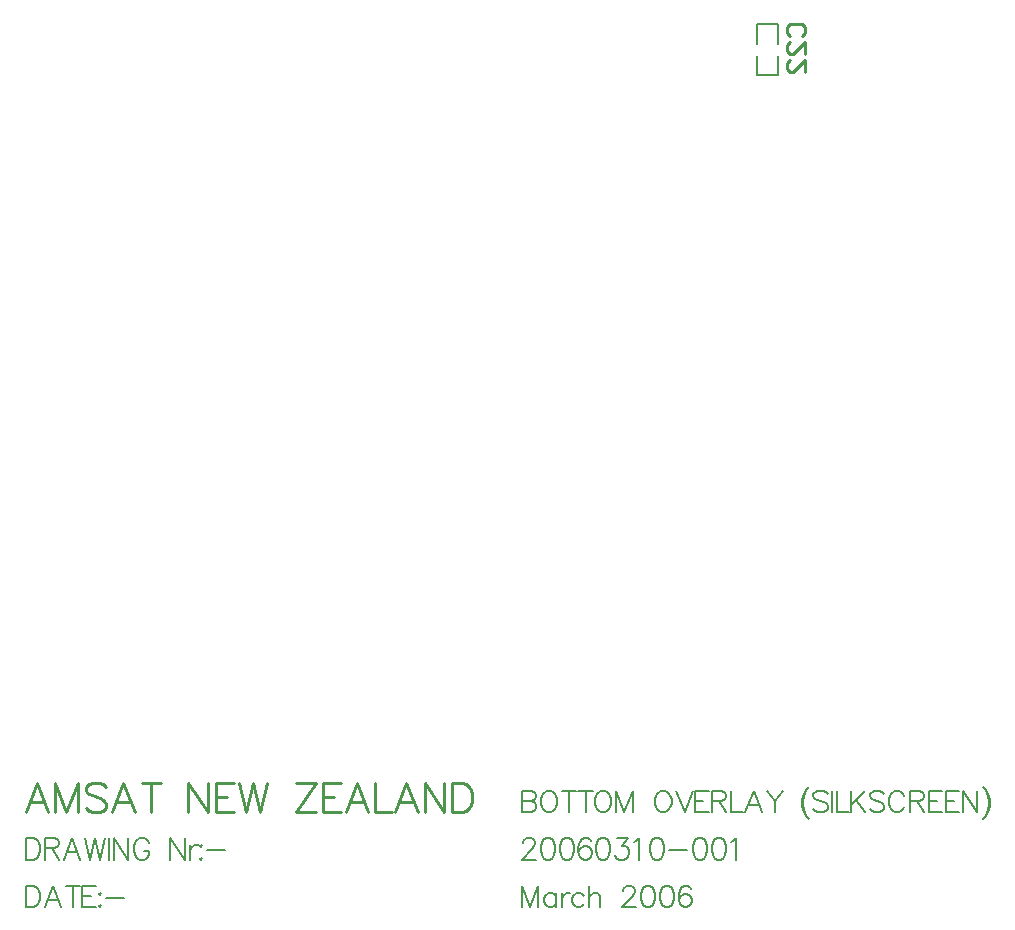
<source format=gbo>
%FSLAX24Y24*%
%MOIN*%
G70*
G01*
G75*
%ADD10C,0.0039*%
%ADD11C,0.1102*%
%ADD12C,0.1063*%
%ADD13C,0.0394*%
%ADD14R,0.0940X0.0590*%
%ADD15O,0.0256X0.0866*%
%ADD16R,0.0256X0.0866*%
%ADD17R,0.0827X0.0394*%
%ADD18R,0.0394X0.0827*%
%ADD19R,0.1083X0.0850*%
%ADD20R,0.0709X0.1102*%
%ADD21R,0.0709X0.0354*%
%ADD22R,0.0500X0.0600*%
%ADD23R,0.0709X0.0394*%
%ADD24R,0.1102X0.0472*%
%ADD25O,0.0787X0.0394*%
%ADD26R,0.0787X0.0394*%
%ADD27O,0.0800X0.0240*%
%ADD28R,0.0800X0.1000*%
%ADD29R,0.0551X0.0394*%
%ADD30R,0.1181X0.0906*%
%ADD31R,0.0394X0.0984*%
%ADD32O,0.0787X0.1299*%
%ADD33R,0.0315X0.0551*%
%ADD34R,0.0600X0.0500*%
%ADD35O,0.1299X0.0787*%
%ADD36R,0.0551X0.0315*%
%ADD37O,0.0787X0.1299*%
%ADD38R,0.0315X0.0551*%
%ADD39R,0.1000X0.0800*%
%ADD40R,0.0394X0.0709*%
%ADD41R,0.0984X0.0394*%
%ADD42R,0.0906X0.1181*%
%ADD43O,0.0240X0.0800*%
%ADD44C,0.0512*%
%ADD45C,0.0276*%
%ADD46C,0.0236*%
%ADD47C,0.0098*%
%ADD48C,0.0315*%
%ADD49C,0.0394*%
%ADD50C,0.0433*%
%ADD51C,0.0138*%
%ADD52C,0.0098*%
%ADD53C,0.0118*%
%ADD54C,0.0472*%
%ADD55C,0.0071*%
%ADD56C,0.0100*%
%ADD57R,0.0315X0.0827*%
%ADD58R,0.1378X0.0748*%
%ADD59R,0.1654X0.0984*%
%ADD60R,0.0827X0.0315*%
%ADD61R,0.0315X0.0827*%
%ADD62R,0.2087X0.1220*%
%ADD63R,0.1575X0.1220*%
%ADD64R,0.1575X0.1220*%
%ADD65R,0.1339X0.1496*%
%ADD66R,0.0500X0.0800*%
%ADD67R,0.1500X0.1000*%
%ADD68C,0.0500*%
%ADD69C,0.0600*%
%ADD70C,0.0750*%
%ADD71C,0.0400*%
%ADD72R,0.0400X0.0400*%
%ADD73C,0.1024*%
%ADD74R,0.0800X0.0800*%
%ADD75C,0.0800*%
%ADD76C,0.2750*%
%ADD77P,0.0500X8X0*%
%ADD78C,0.2362*%
%ADD79C,0.2362*%
%ADD80C,0.0551*%
%ADD81C,0.0512*%
%ADD82C,0.0157*%
%ADD83C,0.0787*%
%ADD84C,0.0197*%
%ADD85C,0.0079*%
%ADD86C,0.0080*%
%ADD87C,0.0060*%
%ADD88C,0.0120*%
D47*
X750Y-3937D02*
X375Y-2953D01*
X0Y-3937D01*
X141Y-3609D02*
X609D01*
X979Y-2953D02*
Y-3937D01*
Y-2953D02*
X1354Y-3937D01*
X1729Y-2953D02*
X1354Y-3937D01*
X1729Y-2953D02*
Y-3937D01*
X2666Y-3094D02*
X2573Y-3000D01*
X2432Y-2953D01*
X2245D01*
X2104Y-3000D01*
X2010Y-3094D01*
Y-3187D01*
X2057Y-3281D01*
X2104Y-3328D01*
X2198Y-3375D01*
X2479Y-3468D01*
X2573Y-3515D01*
X2619Y-3562D01*
X2666Y-3656D01*
Y-3796D01*
X2573Y-3890D01*
X2432Y-3937D01*
X2245D01*
X2104Y-3890D01*
X2010Y-3796D01*
X3636Y-3937D02*
X3261Y-2953D01*
X2887Y-3937D01*
X3027Y-3609D02*
X3496D01*
X4194Y-2953D02*
Y-3937D01*
X3866Y-2953D02*
X4522D01*
X5412D02*
Y-3937D01*
Y-2953D02*
X6068Y-3937D01*
Y-2953D02*
Y-3937D01*
X6949Y-2953D02*
X6340D01*
Y-3937D01*
X6949D01*
X6340Y-3422D02*
X6715D01*
X7113Y-2953D02*
X7348Y-3937D01*
X7582Y-2953D02*
X7348Y-3937D01*
X7582Y-2953D02*
X7816Y-3937D01*
X8050Y-2953D02*
X7816Y-3937D01*
X9676Y-2953D02*
X9020Y-3937D01*
Y-2953D02*
X9676D01*
X9020Y-3937D02*
X9676D01*
X10506Y-2953D02*
X9897D01*
Y-3937D01*
X10506D01*
X9897Y-3422D02*
X10272D01*
X11420Y-3937D02*
X11045Y-2953D01*
X10670Y-3937D01*
X10810Y-3609D02*
X11279D01*
X11649Y-2953D02*
Y-3937D01*
X12211D01*
X13069D02*
X12694Y-2953D01*
X12319Y-3937D01*
X12460Y-3609D02*
X12928D01*
X13299Y-2953D02*
Y-3937D01*
Y-2953D02*
X13955Y-3937D01*
Y-2953D02*
Y-3937D01*
X14226Y-2953D02*
Y-3937D01*
Y-2953D02*
X14554D01*
X14695Y-3000D01*
X14789Y-3094D01*
X14836Y-3187D01*
X14882Y-3328D01*
Y-3562D01*
X14836Y-3703D01*
X14789Y-3796D01*
X14695Y-3890D01*
X14554Y-3937D01*
X14226D01*
D55*
X16535Y-3228D02*
Y-3937D01*
Y-3228D02*
X16839D01*
X16940Y-3262D01*
X16974Y-3296D01*
X17008Y-3363D01*
Y-3431D01*
X16974Y-3498D01*
X16940Y-3532D01*
X16839Y-3566D01*
X16535D02*
X16839D01*
X16940Y-3600D01*
X16974Y-3633D01*
X17008Y-3701D01*
Y-3802D01*
X16974Y-3870D01*
X16940Y-3903D01*
X16839Y-3937D01*
X16535D01*
X17369Y-3228D02*
X17301Y-3262D01*
X17234Y-3330D01*
X17200Y-3397D01*
X17166Y-3498D01*
Y-3667D01*
X17200Y-3768D01*
X17234Y-3836D01*
X17301Y-3903D01*
X17369Y-3937D01*
X17504D01*
X17571Y-3903D01*
X17639Y-3836D01*
X17672Y-3768D01*
X17706Y-3667D01*
Y-3498D01*
X17672Y-3397D01*
X17639Y-3330D01*
X17571Y-3262D01*
X17504Y-3228D01*
X17369D01*
X18108D02*
Y-3937D01*
X17871Y-3228D02*
X18344D01*
X18664D02*
Y-3937D01*
X18428Y-3228D02*
X18901D01*
X19187D02*
X19120Y-3262D01*
X19052Y-3330D01*
X19019Y-3397D01*
X18985Y-3498D01*
Y-3667D01*
X19019Y-3768D01*
X19052Y-3836D01*
X19120Y-3903D01*
X19187Y-3937D01*
X19322D01*
X19390Y-3903D01*
X19457Y-3836D01*
X19491Y-3768D01*
X19525Y-3667D01*
Y-3498D01*
X19491Y-3397D01*
X19457Y-3330D01*
X19390Y-3262D01*
X19322Y-3228D01*
X19187D01*
X19690D02*
Y-3937D01*
Y-3228D02*
X19960Y-3937D01*
X20230Y-3228D02*
X19960Y-3937D01*
X20230Y-3228D02*
Y-3937D01*
X21191Y-3228D02*
X21124Y-3262D01*
X21056Y-3330D01*
X21023Y-3397D01*
X20989Y-3498D01*
Y-3667D01*
X21023Y-3768D01*
X21056Y-3836D01*
X21124Y-3903D01*
X21191Y-3937D01*
X21326D01*
X21394Y-3903D01*
X21461Y-3836D01*
X21495Y-3768D01*
X21529Y-3667D01*
Y-3498D01*
X21495Y-3397D01*
X21461Y-3330D01*
X21394Y-3262D01*
X21326Y-3228D01*
X21191D01*
X21694D02*
X21964Y-3937D01*
X22234Y-3228D02*
X21964Y-3937D01*
X22764Y-3228D02*
X22325D01*
Y-3937D01*
X22764D01*
X22325Y-3566D02*
X22595D01*
X22882Y-3228D02*
Y-3937D01*
Y-3228D02*
X23185D01*
X23287Y-3262D01*
X23320Y-3296D01*
X23354Y-3363D01*
Y-3431D01*
X23320Y-3498D01*
X23287Y-3532D01*
X23185Y-3566D01*
X22882D01*
X23118D02*
X23354Y-3937D01*
X23513Y-3228D02*
Y-3937D01*
X23917D01*
X24535D02*
X24265Y-3228D01*
X23995Y-3937D01*
X24096Y-3701D02*
X24434D01*
X24700Y-3228D02*
X24970Y-3566D01*
Y-3937D01*
X25240Y-3228D02*
X24970Y-3566D01*
X26124Y-3094D02*
X26056Y-3161D01*
X25989Y-3262D01*
X25921Y-3397D01*
X25888Y-3566D01*
Y-3701D01*
X25921Y-3870D01*
X25989Y-4004D01*
X26056Y-4106D01*
X26124Y-4173D01*
X26056Y-3161D02*
X25989Y-3296D01*
X25955Y-3397D01*
X25921Y-3566D01*
Y-3701D01*
X25955Y-3870D01*
X25989Y-3971D01*
X26056Y-4106D01*
X26731Y-3330D02*
X26664Y-3262D01*
X26563Y-3228D01*
X26428D01*
X26326Y-3262D01*
X26259Y-3330D01*
Y-3397D01*
X26293Y-3465D01*
X26326Y-3498D01*
X26394Y-3532D01*
X26596Y-3600D01*
X26664Y-3633D01*
X26697Y-3667D01*
X26731Y-3735D01*
Y-3836D01*
X26664Y-3903D01*
X26563Y-3937D01*
X26428D01*
X26326Y-3903D01*
X26259Y-3836D01*
X26890Y-3228D02*
Y-3937D01*
X27038Y-3228D02*
Y-3937D01*
X27443D01*
X27521Y-3228D02*
Y-3937D01*
X27993Y-3228D02*
X27521Y-3701D01*
X27689Y-3532D02*
X27993Y-3937D01*
X28624Y-3330D02*
X28556Y-3262D01*
X28455Y-3228D01*
X28320D01*
X28219Y-3262D01*
X28152Y-3330D01*
Y-3397D01*
X28185Y-3465D01*
X28219Y-3498D01*
X28287Y-3532D01*
X28489Y-3600D01*
X28556Y-3633D01*
X28590Y-3667D01*
X28624Y-3735D01*
Y-3836D01*
X28556Y-3903D01*
X28455Y-3937D01*
X28320D01*
X28219Y-3903D01*
X28152Y-3836D01*
X29289Y-3397D02*
X29255Y-3330D01*
X29187Y-3262D01*
X29120Y-3228D01*
X28985D01*
X28917Y-3262D01*
X28850Y-3330D01*
X28816Y-3397D01*
X28783Y-3498D01*
Y-3667D01*
X28816Y-3768D01*
X28850Y-3836D01*
X28917Y-3903D01*
X28985Y-3937D01*
X29120D01*
X29187Y-3903D01*
X29255Y-3836D01*
X29289Y-3768D01*
X29488Y-3228D02*
Y-3937D01*
Y-3228D02*
X29791D01*
X29893Y-3262D01*
X29926Y-3296D01*
X29960Y-3363D01*
Y-3431D01*
X29926Y-3498D01*
X29893Y-3532D01*
X29791Y-3566D01*
X29488D01*
X29724D02*
X29960Y-3937D01*
X30557Y-3228D02*
X30119D01*
Y-3937D01*
X30557D01*
X30119Y-3566D02*
X30388D01*
X31114Y-3228D02*
X30675D01*
Y-3937D01*
X31114D01*
X30675Y-3566D02*
X30945D01*
X31232Y-3228D02*
Y-3937D01*
Y-3228D02*
X31704Y-3937D01*
Y-3228D02*
Y-3937D01*
X31900Y-3094D02*
X31967Y-3161D01*
X32035Y-3262D01*
X32102Y-3397D01*
X32136Y-3566D01*
Y-3701D01*
X32102Y-3870D01*
X32035Y-4004D01*
X31967Y-4106D01*
X31900Y-4173D01*
X31967Y-3161D02*
X32035Y-3296D01*
X32069Y-3397D01*
X32102Y-3566D01*
Y-3701D01*
X32069Y-3870D01*
X32035Y-3971D01*
X31967Y-4106D01*
X0Y-4803D02*
Y-5512D01*
Y-4803D02*
X236D01*
X337Y-4837D01*
X405Y-4905D01*
X439Y-4972D01*
X472Y-5073D01*
Y-5242D01*
X439Y-5343D01*
X405Y-5411D01*
X337Y-5478D01*
X236Y-5512D01*
X0D01*
X631Y-4803D02*
Y-5512D01*
Y-4803D02*
X935D01*
X1036Y-4837D01*
X1070Y-4871D01*
X1103Y-4938D01*
Y-5006D01*
X1070Y-5073D01*
X1036Y-5107D01*
X935Y-5141D01*
X631D01*
X867D02*
X1103Y-5512D01*
X1802D02*
X1532Y-4803D01*
X1262Y-5512D01*
X1363Y-5276D02*
X1700D01*
X1967Y-4803D02*
X2136Y-5512D01*
X2304Y-4803D02*
X2136Y-5512D01*
X2304Y-4803D02*
X2473Y-5512D01*
X2642Y-4803D02*
X2473Y-5512D01*
X2783Y-4803D02*
Y-5512D01*
X2932Y-4803D02*
Y-5512D01*
Y-4803D02*
X3404Y-5512D01*
Y-4803D02*
Y-5512D01*
X4106Y-4972D02*
X4072Y-4905D01*
X4005Y-4837D01*
X3937Y-4803D01*
X3802D01*
X3735Y-4837D01*
X3667Y-4905D01*
X3634Y-4972D01*
X3600Y-5073D01*
Y-5242D01*
X3634Y-5343D01*
X3667Y-5411D01*
X3735Y-5478D01*
X3802Y-5512D01*
X3937D01*
X4005Y-5478D01*
X4072Y-5411D01*
X4106Y-5343D01*
Y-5242D01*
X3937D02*
X4106D01*
X4825Y-4803D02*
Y-5512D01*
Y-4803D02*
X5297Y-5512D01*
Y-4803D02*
Y-5512D01*
X5493Y-5039D02*
Y-5512D01*
Y-5242D02*
X5526Y-5141D01*
X5594Y-5073D01*
X5661Y-5039D01*
X5763D01*
X5860D02*
X5827Y-5073D01*
X5860Y-5107D01*
X5894Y-5073D01*
X5860Y-5039D01*
Y-5444D02*
X5827Y-5478D01*
X5860Y-5512D01*
X5894Y-5478D01*
X5860Y-5444D01*
X6049Y-5208D02*
X6657D01*
X16535Y-6378D02*
Y-7087D01*
Y-6378D02*
X16805Y-7087D01*
X17075Y-6378D02*
X16805Y-7087D01*
X17075Y-6378D02*
Y-7087D01*
X17683Y-6614D02*
Y-7087D01*
Y-6715D02*
X17615Y-6648D01*
X17548Y-6614D01*
X17446D01*
X17379Y-6648D01*
X17311Y-6715D01*
X17278Y-6817D01*
Y-6884D01*
X17311Y-6985D01*
X17379Y-7053D01*
X17446Y-7087D01*
X17548D01*
X17615Y-7053D01*
X17683Y-6985D01*
X17871Y-6614D02*
Y-7087D01*
Y-6817D02*
X17905Y-6715D01*
X17973Y-6648D01*
X18040Y-6614D01*
X18141D01*
X18610Y-6715D02*
X18543Y-6648D01*
X18475Y-6614D01*
X18374D01*
X18307Y-6648D01*
X18239Y-6715D01*
X18205Y-6817D01*
Y-6884D01*
X18239Y-6985D01*
X18307Y-7053D01*
X18374Y-7087D01*
X18475D01*
X18543Y-7053D01*
X18610Y-6985D01*
X18762Y-6378D02*
Y-7087D01*
Y-6749D02*
X18863Y-6648D01*
X18931Y-6614D01*
X19032D01*
X19100Y-6648D01*
X19133Y-6749D01*
Y-7087D01*
X19909Y-6547D02*
Y-6513D01*
X19943Y-6446D01*
X19977Y-6412D01*
X20044Y-6378D01*
X20179D01*
X20247Y-6412D01*
X20280Y-6446D01*
X20314Y-6513D01*
Y-6581D01*
X20280Y-6648D01*
X20213Y-6749D01*
X19876Y-7087D01*
X20348D01*
X20709Y-6378D02*
X20608Y-6412D01*
X20540Y-6513D01*
X20506Y-6682D01*
Y-6783D01*
X20540Y-6952D01*
X20608Y-7053D01*
X20709Y-7087D01*
X20776D01*
X20878Y-7053D01*
X20945Y-6952D01*
X20979Y-6783D01*
Y-6682D01*
X20945Y-6513D01*
X20878Y-6412D01*
X20776Y-6378D01*
X20709D01*
X21340D02*
X21239Y-6412D01*
X21171Y-6513D01*
X21137Y-6682D01*
Y-6783D01*
X21171Y-6952D01*
X21239Y-7053D01*
X21340Y-7087D01*
X21407D01*
X21508Y-7053D01*
X21576Y-6952D01*
X21610Y-6783D01*
Y-6682D01*
X21576Y-6513D01*
X21508Y-6412D01*
X21407Y-6378D01*
X21340D01*
X22173Y-6479D02*
X22139Y-6412D01*
X22038Y-6378D01*
X21971D01*
X21869Y-6412D01*
X21802Y-6513D01*
X21768Y-6682D01*
Y-6850D01*
X21802Y-6985D01*
X21869Y-7053D01*
X21971Y-7087D01*
X22004D01*
X22106Y-7053D01*
X22173Y-6985D01*
X22207Y-6884D01*
Y-6850D01*
X22173Y-6749D01*
X22106Y-6682D01*
X22004Y-6648D01*
X21971D01*
X21869Y-6682D01*
X21802Y-6749D01*
X21768Y-6850D01*
X16569Y-4972D02*
Y-4938D01*
X16603Y-4871D01*
X16637Y-4837D01*
X16704Y-4803D01*
X16839D01*
X16907Y-4837D01*
X16940Y-4871D01*
X16974Y-4938D01*
Y-5006D01*
X16940Y-5073D01*
X16873Y-5174D01*
X16535Y-5512D01*
X17008D01*
X17369Y-4803D02*
X17268Y-4837D01*
X17200Y-4938D01*
X17166Y-5107D01*
Y-5208D01*
X17200Y-5377D01*
X17268Y-5478D01*
X17369Y-5512D01*
X17436D01*
X17537Y-5478D01*
X17605Y-5377D01*
X17639Y-5208D01*
Y-5107D01*
X17605Y-4938D01*
X17537Y-4837D01*
X17436Y-4803D01*
X17369D01*
X18000D02*
X17898Y-4837D01*
X17831Y-4938D01*
X17797Y-5107D01*
Y-5208D01*
X17831Y-5377D01*
X17898Y-5478D01*
X18000Y-5512D01*
X18067D01*
X18168Y-5478D01*
X18236Y-5377D01*
X18270Y-5208D01*
Y-5107D01*
X18236Y-4938D01*
X18168Y-4837D01*
X18067Y-4803D01*
X18000D01*
X18833Y-4905D02*
X18799Y-4837D01*
X18698Y-4803D01*
X18631D01*
X18529Y-4837D01*
X18462Y-4938D01*
X18428Y-5107D01*
Y-5276D01*
X18462Y-5411D01*
X18529Y-5478D01*
X18631Y-5512D01*
X18664D01*
X18766Y-5478D01*
X18833Y-5411D01*
X18867Y-5309D01*
Y-5276D01*
X18833Y-5174D01*
X18766Y-5107D01*
X18664Y-5073D01*
X18631D01*
X18529Y-5107D01*
X18462Y-5174D01*
X18428Y-5276D01*
X19224Y-4803D02*
X19123Y-4837D01*
X19056Y-4938D01*
X19022Y-5107D01*
Y-5208D01*
X19056Y-5377D01*
X19123Y-5478D01*
X19224Y-5512D01*
X19292D01*
X19393Y-5478D01*
X19461Y-5377D01*
X19494Y-5208D01*
Y-5107D01*
X19461Y-4938D01*
X19393Y-4837D01*
X19292Y-4803D01*
X19224D01*
X19720D02*
X20091D01*
X19889Y-5073D01*
X19990D01*
X20058Y-5107D01*
X20091Y-5141D01*
X20125Y-5242D01*
Y-5309D01*
X20091Y-5411D01*
X20024Y-5478D01*
X19923Y-5512D01*
X19822D01*
X19720Y-5478D01*
X19687Y-5444D01*
X19653Y-5377D01*
X20284Y-4938D02*
X20351Y-4905D01*
X20452Y-4803D01*
Y-5512D01*
X21006Y-4803D02*
X20905Y-4837D01*
X20837Y-4938D01*
X20803Y-5107D01*
Y-5208D01*
X20837Y-5377D01*
X20905Y-5478D01*
X21006Y-5512D01*
X21073D01*
X21174Y-5478D01*
X21242Y-5377D01*
X21276Y-5208D01*
Y-5107D01*
X21242Y-4938D01*
X21174Y-4837D01*
X21073Y-4803D01*
X21006D01*
X21434Y-5208D02*
X22042D01*
X22453Y-4803D02*
X22352Y-4837D01*
X22284Y-4938D01*
X22251Y-5107D01*
Y-5208D01*
X22284Y-5377D01*
X22352Y-5478D01*
X22453Y-5512D01*
X22521D01*
X22622Y-5478D01*
X22689Y-5377D01*
X22723Y-5208D01*
Y-5107D01*
X22689Y-4938D01*
X22622Y-4837D01*
X22521Y-4803D01*
X22453D01*
X23084D02*
X22983Y-4837D01*
X22915Y-4938D01*
X22882Y-5107D01*
Y-5208D01*
X22915Y-5377D01*
X22983Y-5478D01*
X23084Y-5512D01*
X23152D01*
X23253Y-5478D01*
X23320Y-5377D01*
X23354Y-5208D01*
Y-5107D01*
X23320Y-4938D01*
X23253Y-4837D01*
X23152Y-4803D01*
X23084D01*
X23513Y-4938D02*
X23580Y-4905D01*
X23681Y-4803D01*
Y-5512D01*
X0Y-6378D02*
Y-7087D01*
Y-6378D02*
X236D01*
X337Y-6412D01*
X405Y-6479D01*
X439Y-6547D01*
X472Y-6648D01*
Y-6817D01*
X439Y-6918D01*
X405Y-6985D01*
X337Y-7053D01*
X236Y-7087D01*
X0D01*
X1171D02*
X901Y-6378D01*
X631Y-7087D01*
X732Y-6850D02*
X1070D01*
X1572Y-6378D02*
Y-7087D01*
X1336Y-6378D02*
X1808D01*
X2331D02*
X1893D01*
Y-7087D01*
X2331D01*
X1893Y-6715D02*
X2163D01*
X2483Y-6614D02*
X2449Y-6648D01*
X2483Y-6682D01*
X2517Y-6648D01*
X2483Y-6614D01*
Y-7019D02*
X2449Y-7053D01*
X2483Y-7087D01*
X2517Y-7053D01*
X2483Y-7019D01*
X2672Y-6783D02*
X3279D01*
D56*
X25484Y21943D02*
X25384Y22043D01*
Y22243D01*
X25484Y22343D01*
X25884D01*
X25984Y22243D01*
Y22043D01*
X25884Y21943D01*
X25984Y21343D02*
Y21743D01*
X25584Y21343D01*
X25484D01*
X25384Y21443D01*
Y21643D01*
X25484Y21743D01*
X25984Y20743D02*
Y21143D01*
X25584Y20743D01*
X25484D01*
X25384Y20843D01*
Y21043D01*
X25484Y21143D01*
D87*
X24374Y20629D02*
Y21279D01*
X25074Y20629D02*
Y21279D01*
X24374Y22329D02*
X25074D01*
Y21679D02*
Y22329D01*
X24374Y21679D02*
Y22329D01*
Y20629D02*
X25074D01*
M02*

</source>
